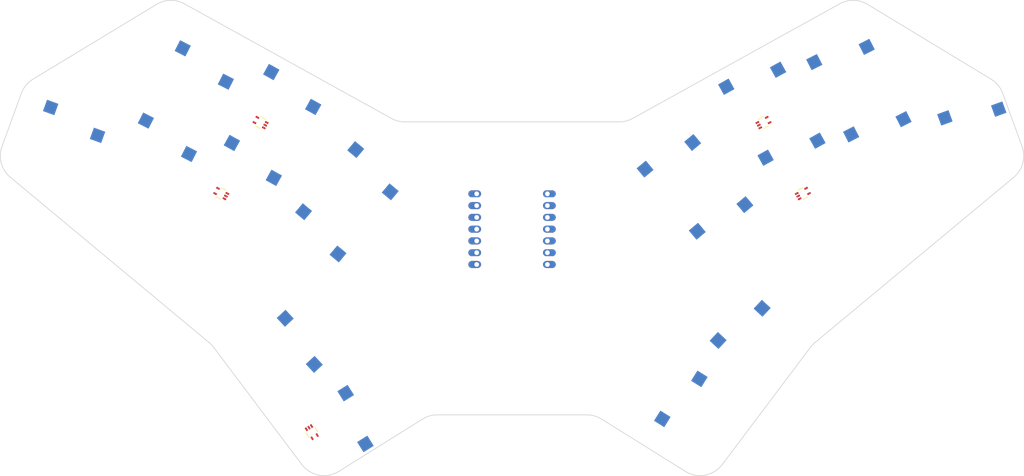
<source format=kicad_pcb>


(kicad_pcb (version 20171130) (host pcbnew 5.1.6)

  (page A3)
  (title_block
    (title "kicad")
    (rev "0.1")
    (company "Roming22")
  )

  (general
    (thickness 1.6)
  )

  (layers
    (0 F.Cu signal)
    (31 B.Cu signal)
    (32 B.Adhes user)
    (33 F.Adhes user)
    (34 B.Paste user)
    (35 F.Paste user)
    (36 B.SilkS user)
    (37 F.SilkS user)
    (38 B.Mask user)
    (39 F.Mask user)
    (40 Dwgs.User user)
    (41 Cmts.User user)
    (42 Eco1.User user)
    (43 Eco2.User user)
    (44 Edge.Cuts user)
    (45 Margin user)
    (46 B.CrtYd user)
    (47 F.CrtYd user)
    (48 B.Fab user)
    (49 F.Fab user)
  )

  (setup
    (last_trace_width 0.25)
    (trace_clearance 0.2)
    (zone_clearance 0.508)
    (zone_45_only no)
    (trace_min 0.2)
    (via_size 0.8)
    (via_drill 0.4)
    (via_min_size 0.4)
    (via_min_drill 0.3)
    (uvia_size 0.3)
    (uvia_drill 0.1)
    (uvias_allowed no)
    (uvia_min_size 0.2)
    (uvia_min_drill 0.1)
    (edge_width 0.05)
    (segment_width 0.2)
    (pcb_text_width 0.3)
    (pcb_text_size 1.5 1.5)
    (mod_edge_width 0.12)
    (mod_text_size 1 1)
    (mod_text_width 0.15)
    (pad_size 1.524 1.524)
    (pad_drill 0.762)
    (pad_to_mask_clearance 0.05)
    (aux_axis_origin 0 0)
    (visible_elements FFFFFF7F)
    (pcbplotparams
      (layerselection 0x010fc_ffffffff)
      (usegerberextensions false)
      (usegerberattributes true)
      (usegerberadvancedattributes true)
      (creategerberjobfile true)
      (excludeedgelayer true)
      (linewidth 0.100000)
      (plotframeref false)
      (viasonmask false)
      (mode 1)
      (useauxorigin false)
      (hpglpennumber 1)
      (hpglpenspeed 20)
      (hpglpendiameter 15.000000)
      (psnegative false)
      (psa4output false)
      (plotreference true)
      (plotvalue true)
      (plotinvisibletext false)
      (padsonsilk false)
      (subtractmaskfromsilk false)
      (outputformat 1)
      (mirror false)
      (drillshape 1)
      (scaleselection 1)
      (outputdirectory ""))
  )

  (net 0 "")
(net 1 "index_home")
(net 2 "P6")
(net 3 "middle_home")
(net 4 "ring_home")
(net 5 "pinky_home")
(net 6 "index_top")
(net 7 "P29")
(net 8 "middle_top")
(net 9 "ring_top")
(net 10 "pinky_top")
(net 11 "mirror_middle_home")
(net 12 "P4")
(net 13 "mirror_index_home")
(net 14 "mirror_pinky_home")
(net 15 "mirror_ring_home")
(net 16 "mirror_middle_top")
(net 17 "P5")
(net 18 "mirror_index_top")
(net 19 "mirror_pinky_top")
(net 20 "mirror_ring_top")
(net 21 "mirror_home_default")
(net 22 "home_default")
(net 23 "outer_default")
(net 24 "mirror_outer_default")
(net 25 "P0")
(net 26 "P7")
(net 27 "P2")
(net 28 "P1")
(net 29 "VCC5")
(net 30 "GND")
(net 31 "VCC3")
(net 32 "P26")
(net 33 "P27")
(net 34 "P28")

  (net_class Default "This is the default net class."
    (clearance 0.2)
    (trace_width 0.25)
    (via_dia 0.8)
    (via_drill 0.4)
    (uvia_dia 0.3)
    (uvia_drill 0.1)
    (add_net "")
(add_net "index_home")
(add_net "P6")
(add_net "middle_home")
(add_net "ring_home")
(add_net "pinky_home")
(add_net "index_top")
(add_net "P29")
(add_net "middle_top")
(add_net "ring_top")
(add_net "pinky_top")
(add_net "mirror_middle_home")
(add_net "P4")
(add_net "mirror_index_home")
(add_net "mirror_pinky_home")
(add_net "mirror_ring_home")
(add_net "mirror_middle_top")
(add_net "P5")
(add_net "mirror_index_top")
(add_net "mirror_pinky_top")
(add_net "mirror_ring_top")
(add_net "mirror_home_default")
(add_net "home_default")
(add_net "outer_default")
(add_net "mirror_outer_default")
(add_net "P0")
(add_net "P7")
(add_net "P2")
(add_net "P1")
(add_net "VCC5")
(add_net "GND")
(add_net "VCC3")
(add_net "P26")
(add_net "P27")
(add_net "P28")
  )

  (module
      easyeda2kicad:SOT-353_L2.1-W1.3-P0.65-LS2.3-BL
      (layer F.Cu)
      (tedit 5DC5F6A4)
      (at 156.78257230000003 178.7158772 61)
      (attr smd)
      (fp_text reference "D1" (at 0 -2.5 61) (layer F.SilkS) (effects (font (size 1 1) (thickness 0.15))) hide)
      (fp_text value UMP1NTR (at 0 5.15 61) (layer F.Fab) (effects (font (size 1 1) (thickness 0.15))) hide)
      (fp_text user %R (at 0 0 61) (layer F.Fab) (effects (font (size 1 1) (thickness 0.15))))
      (property Footprint SOT-353_L2.1-W1.3-P0.65-LS2.3-BL (at 0 0 0) (effects (font (size 1 1) (thickness 0.15)) (hide yes)))
      (property "LCSC" "C510065" (at 0 0 0) (effects (font (size 1.27 1.27) ) (hide yes)))
      (fp_line (start 1.14 0.51) (end 1.14 -0.51) (layer F.SilkS) (width 0.25))
      (fp_line (start -1.14 -0.51) (end -1.14 0.51) (layer F.SilkS) (width 0.25))
      (pad 1 smd rect (at -0.65 1.15 61) (size 0.40 0.80) (layers F.Cu F.Paste F.Mask) (net 1 "index_home"))
      (pad 2 smd rect (at 0 1.15 61) (size 0.40 0.80) (layers F.Cu F.Paste F.Mask) (net 2 "P6"))
      (pad 3 smd rect (at 0.65 1.15 61) (size 0.40 0.80) (layers F.Cu F.Paste F.Mask) (net 3 "middle_home"))
      (pad 4 smd rect (at 0.65 -1.15 61) (size 0.40 0.80) (layers F.Cu F.Paste F.Mask) (net 4 "ring_home"))
      (pad 5 smd rect (at -0.65 -1.15 61) (size 0.40 0.80) (layers F.Cu F.Paste F.Mask) (net 5 "pinky_home"))
      (fp_circle (center -1.02 1.15) (end -0.99 1.15) (layer F.Fab) (width 0.06))
      (fp_circle (center -0.70 1.46) (end -0.60 1.46) (layer Cmts.User) (width 0.20))
      (model "board/sessile.3dshapes/SOT-353-5P_L2.0-W1.3-H1.1-LS2.0-P0.65.wrl" (offset (xyz 0.000 -0.000 -0.000)) (scale (xyz 1 1 1)) (rotate (xyz 0 0 270)))
    )
(module
      easyeda2kicad:SOT-353_L2.1-W1.3-P0.65-LS2.3-BL
      (layer F.Cu)
      (tedit 5DC5F6A4)
      (at 165.26674060000002 163.4100323 61)
      (attr smd)
      (fp_text reference "D2" (at 0 -2.5 61) (layer F.SilkS) (effects (font (size 1 1) (thickness 0.15))) hide)
      (fp_text value UMP1NTR (at 0 5.15 61) (layer F.Fab) (effects (font (size 1 1) (thickness 0.15))) hide)
      (fp_text user %R (at 0 0 61) (layer F.Fab) (effects (font (size 1 1) (thickness 0.15))))
      (property Footprint SOT-353_L2.1-W1.3-P0.65-LS2.3-BL (at 0 0 0) (effects (font (size 1 1) (thickness 0.15)) (hide yes)))
      (property "LCSC" "C510065" (at 0 0 0) (effects (font (size 1.27 1.27) ) (hide yes)))
      (fp_line (start 1.14 0.51) (end 1.14 -0.51) (layer F.SilkS) (width 0.25))
      (fp_line (start -1.14 -0.51) (end -1.14 0.51) (layer F.SilkS) (width 0.25))
      (pad 1 smd rect (at -0.65 1.15 61) (size 0.40 0.80) (layers F.Cu F.Paste F.Mask) (net 6 "index_top"))
      (pad 2 smd rect (at 0 1.15 61) (size 0.40 0.80) (layers F.Cu F.Paste F.Mask) (net 7 "P29"))
      (pad 3 smd rect (at 0.65 1.15 61) (size 0.40 0.80) (layers F.Cu F.Paste F.Mask) (net 8 "middle_top"))
      (pad 4 smd rect (at 0.65 -1.15 61) (size 0.40 0.80) (layers F.Cu F.Paste F.Mask) (net 9 "ring_top"))
      (pad 5 smd rect (at -0.65 -1.15 61) (size 0.40 0.80) (layers F.Cu F.Paste F.Mask) (net 10 "pinky_top"))
      (fp_circle (center -1.02 1.15) (end -0.99 1.15) (layer F.Fab) (width 0.06))
      (fp_circle (center -0.70 1.46) (end -0.60 1.46) (layer Cmts.User) (width 0.20))
      (model "board/sessile.3dshapes/SOT-353-5P_L2.0-W1.3-H1.1-LS2.0-P0.65.wrl" (offset (xyz 0.000 -0.000 -0.000)) (scale (xyz 1 1 1)) (rotate (xyz 0 0 270)))
    )
(module
      easyeda2kicad:SOT-353_L2.1-W1.3-P0.65-LS2.3-BL
      (layer F.Cu)
      (tedit 5DC5F6A4)
      (at 282.1298021 178.7158772 -61)
      (attr smd)
      (fp_text reference "D3" (at 0 -2.5 -61) (layer F.SilkS) (effects (font (size 1 1) (thickness 0.15))) hide)
      (fp_text value UMP1NTR (at 0 5.15 -61) (layer F.Fab) (effects (font (size 1 1) (thickness 0.15))) hide)
      (fp_text user %R (at 0 0 -61) (layer F.Fab) (effects (font (size 1 1) (thickness 0.15))))
      (property Footprint SOT-353_L2.1-W1.3-P0.65-LS2.3-BL (at 0 0 0) (effects (font (size 1 1) (thickness 0.15)) (hide yes)))
      (property "LCSC" "C510065" (at 0 0 0) (effects (font (size 1.27 1.27) ) (hide yes)))
      (fp_line (start 1.14 0.51) (end 1.14 -0.51) (layer F.SilkS) (width 0.25))
      (fp_line (start -1.14 -0.51) (end -1.14 0.51) (layer F.SilkS) (width 0.25))
      (pad 1 smd rect (at -0.65 1.15 -61) (size 0.40 0.80) (layers F.Cu F.Paste F.Mask) (net 11 "mirror_middle_home"))
      (pad 2 smd rect (at 0 1.15 -61) (size 0.40 0.80) (layers F.Cu F.Paste F.Mask) (net 12 "P4"))
      (pad 3 smd rect (at 0.65 1.15 -61) (size 0.40 0.80) (layers F.Cu F.Paste F.Mask) (net 13 "mirror_index_home"))
      (pad 4 smd rect (at 0.65 -1.15 -61) (size 0.40 0.80) (layers F.Cu F.Paste F.Mask) (net 14 "mirror_pinky_home"))
      (pad 5 smd rect (at -0.65 -1.15 -61) (size 0.40 0.80) (layers F.Cu F.Paste F.Mask) (net 15 "mirror_ring_home"))
      (fp_circle (center -1.02 1.15) (end -0.99 1.15) (layer F.Fab) (width 0.06))
      (fp_circle (center -0.70 1.46) (end -0.60 1.46) (layer Cmts.User) (width 0.20))
      (model "board/sessile.3dshapes/SOT-353-5P_L2.0-W1.3-H1.1-LS2.0-P0.65.wrl" (offset (xyz 0.000 -0.000 -0.000)) (scale (xyz 1 1 1)) (rotate (xyz 0 0 270)))
    )
(module
      easyeda2kicad:SOT-353_L2.1-W1.3-P0.65-LS2.3-BL
      (layer F.Cu)
      (tedit 5DC5F6A4)
      (at 273.6456338 163.4100323 -61)
      (attr smd)
      (fp_text reference "D4" (at 0 -2.5 -61) (layer F.SilkS) (effects (font (size 1 1) (thickness 0.15))) hide)
      (fp_text value UMP1NTR (at 0 5.15 -61) (layer F.Fab) (effects (font (size 1 1) (thickness 0.15))) hide)
      (fp_text user %R (at 0 0 -61) (layer F.Fab) (effects (font (size 1 1) (thickness 0.15))))
      (property Footprint SOT-353_L2.1-W1.3-P0.65-LS2.3-BL (at 0 0 0) (effects (font (size 1 1) (thickness 0.15)) (hide yes)))
      (property "LCSC" "C510065" (at 0 0 0) (effects (font (size 1.27 1.27) ) (hide yes)))
      (fp_line (start 1.14 0.51) (end 1.14 -0.51) (layer F.SilkS) (width 0.25))
      (fp_line (start -1.14 -0.51) (end -1.14 0.51) (layer F.SilkS) (width 0.25))
      (pad 1 smd rect (at -0.65 1.15 -61) (size 0.40 0.80) (layers F.Cu F.Paste F.Mask) (net 16 "mirror_middle_top"))
      (pad 2 smd rect (at 0 1.15 -61) (size 0.40 0.80) (layers F.Cu F.Paste F.Mask) (net 17 "P5"))
      (pad 3 smd rect (at 0.65 1.15 -61) (size 0.40 0.80) (layers F.Cu F.Paste F.Mask) (net 18 "mirror_index_top"))
      (pad 4 smd rect (at 0.65 -1.15 -61) (size 0.40 0.80) (layers F.Cu F.Paste F.Mask) (net 19 "mirror_pinky_top"))
      (pad 5 smd rect (at -0.65 -1.15 -61) (size 0.40 0.80) (layers F.Cu F.Paste F.Mask) (net 20 "mirror_ring_top"))
      (fp_circle (center -1.02 1.15) (end -0.99 1.15) (layer F.Fab) (width 0.06))
      (fp_circle (center -0.70 1.46) (end -0.60 1.46) (layer Cmts.User) (width 0.20))
      (model "board/sessile.3dshapes/SOT-353-5P_L2.0-W1.3-H1.1-LS2.0-P0.65.wrl" (offset (xyz 0.000 -0.000 -0.000)) (scale (xyz 1 1 1)) (rotate (xyz 0 0 270)))
    )
(module
      easyeda2kicad:SOT-353_L2.1-W1.3-P0.65-LS2.3-BL
      (layer F.Cu)
      (tedit 5DC5F6A4)
      (at 176.30718149999998 230.19725970000002 -148)
      (attr smd)
      (fp_text reference "D5" (at 0 -2.5 -148) (layer F.SilkS) (effects (font (size 1 1) (thickness 0.15))) hide)
      (fp_text value UMP1NTR (at 0 5.15 -148) (layer F.Fab) (effects (font (size 1 1) (thickness 0.15))) hide)
      (fp_text user %R (at 0 0 -148) (layer F.Fab) (effects (font (size 1 1) (thickness 0.15))))
      (property Footprint SOT-353_L2.1-W1.3-P0.65-LS2.3-BL (at 0 0 0) (effects (font (size 1 1) (thickness 0.15)) (hide yes)))
      (property "LCSC" "C510065" (at 0 0 0) (effects (font (size 1.27 1.27) ) (hide yes)))
      (fp_line (start 1.14 0.51) (end 1.14 -0.51) (layer F.SilkS) (width 0.25))
      (fp_line (start -1.14 -0.51) (end -1.14 0.51) (layer F.SilkS) (width 0.25))
      (pad 1 smd rect (at -0.65 1.15 -148) (size 0.40 0.80) (layers F.Cu F.Paste F.Mask) (net 21 "mirror_home_default"))
      (pad 2 smd rect (at 0 1.15 -148) (size 0.40 0.80) (layers F.Cu F.Paste F.Mask) (net 0 ""))
      (pad 3 smd rect (at 0.65 1.15 -148) (size 0.40 0.80) (layers F.Cu F.Paste F.Mask) (net 22 "home_default"))
      (pad 4 smd rect (at 0.65 -1.15 -148) (size 0.40 0.80) (layers F.Cu F.Paste F.Mask) (net 23 "outer_default"))
      (pad 5 smd rect (at -0.65 -1.15 -148) (size 0.40 0.80) (layers F.Cu F.Paste F.Mask) (net 24 "mirror_outer_default"))
      (fp_circle (center -1.02 1.15) (end -0.99 1.15) (layer F.Fab) (width 0.06))
      (fp_circle (center -0.70 1.46) (end -0.60 1.46) (layer Cmts.User) (width 0.20))
      (model "board/sessile.3dshapes/SOT-353-5P_L2.0-W1.3-H1.1-LS2.0-P0.65.wrl" (offset (xyz 0.000 -0.000 -0.000)) (scale (xyz 1 1 1)) (rotate (xyz 0 0 270)))
    )

        
      (module PG1350 (layer F.Cu) (tedit 5DD50112)
      (at 121.0695081 166.8597441 -20)

      
      (fp_text reference "S1" (at 0 0) (layer F.SilkS) hide (effects (font (size 1.27 1.27) (thickness 0.15))))
      (fp_text value "" (at 0 0) (layer F.SilkS) hide (effects (font (size 1.27 1.27) (thickness 0.15))))

      
      (fp_line (start -7 -6) (end -7 -7) (layer Dwgs.User) (width 0.15))
      (fp_line (start -7 7) (end -6 7) (layer Dwgs.User) (width 0.15))
      (fp_line (start -6 -7) (end -7 -7) (layer Dwgs.User) (width 0.15))
      (fp_line (start -7 7) (end -7 6) (layer Dwgs.User) (width 0.15))
      (fp_line (start 7 6) (end 7 7) (layer Dwgs.User) (width 0.15))
      (fp_line (start 7 -7) (end 6 -7) (layer Dwgs.User) (width 0.15))
      (fp_line (start 6 7) (end 7 7) (layer Dwgs.User) (width 0.15))
      (fp_line (start 7 -7) (end 7 -6) (layer Dwgs.User) (width 0.15))      
      
      
      (pad "" np_thru_hole circle (at 0 0) (size 3.429 3.429) (drill 3.429) (layers *.Cu *.Mask))
        
      
      (pad "" np_thru_hole circle (at 5.5 0) (size 1.7018 1.7018) (drill 1.7018) (layers *.Cu *.Mask))
      (pad "" np_thru_hole circle (at -5.5 0) (size 1.7018 1.7018) (drill 1.7018) (layers *.Cu *.Mask))
      
        
        
          
          (pad "" np_thru_hole circle (at 5 -3.75) (size 3 3) (drill 3) (layers *.Cu *.Mask))
          (pad "" np_thru_hole circle (at 0 -5.95) (size 3 3) (drill 3) (layers *.Cu *.Mask))
      
          
          (pad 1 smd rect (at -3.275 -5.95 -20) (size 2.6 2.6) (layers B.Cu B.Paste B.Mask)  (net 5 "pinky_home"))
          (pad 2 smd rect (at 8.275 -3.75 -20) (size 2.6 2.6) (layers B.Cu B.Paste B.Mask)  (net 25 "P0"))
        )
        

        
      (module PG1350 (layer F.Cu) (tedit 5DD50112)
      (at 140.7615948 169.7703664 -27)

      
      (fp_text reference "S2" (at 0 0) (layer F.SilkS) hide (effects (font (size 1.27 1.27) (thickness 0.15))))
      (fp_text value "" (at 0 0) (layer F.SilkS) hide (effects (font (size 1.27 1.27) (thickness 0.15))))

      
      (fp_line (start -7 -6) (end -7 -7) (layer Dwgs.User) (width 0.15))
      (fp_line (start -7 7) (end -6 7) (layer Dwgs.User) (width 0.15))
      (fp_line (start -6 -7) (end -7 -7) (layer Dwgs.User) (width 0.15))
      (fp_line (start -7 7) (end -7 6) (layer Dwgs.User) (width 0.15))
      (fp_line (start 7 6) (end 7 7) (layer Dwgs.User) (width 0.15))
      (fp_line (start 7 -7) (end 6 -7) (layer Dwgs.User) (width 0.15))
      (fp_line (start 6 7) (end 7 7) (layer Dwgs.User) (width 0.15))
      (fp_line (start 7 -7) (end 7 -6) (layer Dwgs.User) (width 0.15))      
      
      
      (pad "" np_thru_hole circle (at 0 0) (size 3.429 3.429) (drill 3.429) (layers *.Cu *.Mask))
        
      
      (pad "" np_thru_hole circle (at 5.5 0) (size 1.7018 1.7018) (drill 1.7018) (layers *.Cu *.Mask))
      (pad "" np_thru_hole circle (at -5.5 0) (size 1.7018 1.7018) (drill 1.7018) (layers *.Cu *.Mask))
      
        
        
          
          (pad "" np_thru_hole circle (at 5 -3.75) (size 3 3) (drill 3) (layers *.Cu *.Mask))
          (pad "" np_thru_hole circle (at 0 -5.95) (size 3 3) (drill 3) (layers *.Cu *.Mask))
      
          
          (pad 1 smd rect (at -3.275 -5.95 -27) (size 2.6 2.6) (layers B.Cu B.Paste B.Mask)  (net 4 "ring_home"))
          (pad 2 smd rect (at 8.275 -3.75 -27) (size 2.6 2.6) (layers B.Cu B.Paste B.Mask)  (net 26 "P7"))
        )
        

        
      (module PG1350 (layer F.Cu) (tedit 5DD50112)
      (at 148.7064285 154.1777522 -27)

      
      (fp_text reference "S3" (at 0 0) (layer F.SilkS) hide (effects (font (size 1.27 1.27) (thickness 0.15))))
      (fp_text value "" (at 0 0) (layer F.SilkS) hide (effects (font (size 1.27 1.27) (thickness 0.15))))

      
      (fp_line (start -7 -6) (end -7 -7) (layer Dwgs.User) (width 0.15))
      (fp_line (start -7 7) (end -6 7) (layer Dwgs.User) (width 0.15))
      (fp_line (start -6 -7) (end -7 -7) (layer Dwgs.User) (width 0.15))
      (fp_line (start -7 7) (end -7 6) (layer Dwgs.User) (width 0.15))
      (fp_line (start 7 6) (end 7 7) (layer Dwgs.User) (width 0.15))
      (fp_line (start 7 -7) (end 6 -7) (layer Dwgs.User) (width 0.15))
      (fp_line (start 6 7) (end 7 7) (layer Dwgs.User) (width 0.15))
      (fp_line (start 7 -7) (end 7 -6) (layer Dwgs.User) (width 0.15))      
      
      
      (pad "" np_thru_hole circle (at 0 0) (size 3.429 3.429) (drill 3.429) (layers *.Cu *.Mask))
        
      
      (pad "" np_thru_hole circle (at 5.5 0) (size 1.7018 1.7018) (drill 1.7018) (layers *.Cu *.Mask))
      (pad "" np_thru_hole circle (at -5.5 0) (size 1.7018 1.7018) (drill 1.7018) (layers *.Cu *.Mask))
      
        
        
          
          (pad "" np_thru_hole circle (at 5 -3.75) (size 3 3) (drill 3) (layers *.Cu *.Mask))
          (pad "" np_thru_hole circle (at 0 -5.95) (size 3 3) (drill 3) (layers *.Cu *.Mask))
      
          
          (pad 1 smd rect (at -3.275 -5.95 -27) (size 2.6 2.6) (layers B.Cu B.Paste B.Mask)  (net 9 "ring_top"))
          (pad 2 smd rect (at 8.275 -3.75 -27) (size 2.6 2.6) (layers B.Cu B.Paste B.Mask)  (net 26 "P7"))
        )
        

        
      (module PG1350 (layer F.Cu) (tedit 5DD50112)
      (at 159.0611775 174.6051646 -29)

      
      (fp_text reference "S4" (at 0 0) (layer F.SilkS) hide (effects (font (size 1.27 1.27) (thickness 0.15))))
      (fp_text value "" (at 0 0) (layer F.SilkS) hide (effects (font (size 1.27 1.27) (thickness 0.15))))

      
      (fp_line (start -7 -6) (end -7 -7) (layer Dwgs.User) (width 0.15))
      (fp_line (start -7 7) (end -6 7) (layer Dwgs.User) (width 0.15))
      (fp_line (start -6 -7) (end -7 -7) (layer Dwgs.User) (width 0.15))
      (fp_line (start -7 7) (end -7 6) (layer Dwgs.User) (width 0.15))
      (fp_line (start 7 6) (end 7 7) (layer Dwgs.User) (width 0.15))
      (fp_line (start 7 -7) (end 6 -7) (layer Dwgs.User) (width 0.15))
      (fp_line (start 6 7) (end 7 7) (layer Dwgs.User) (width 0.15))
      (fp_line (start 7 -7) (end 7 -6) (layer Dwgs.User) (width 0.15))      
      
      
      (pad "" np_thru_hole circle (at 0 0) (size 3.429 3.429) (drill 3.429) (layers *.Cu *.Mask))
        
      
      (pad "" np_thru_hole circle (at 5.5 0) (size 1.7018 1.7018) (drill 1.7018) (layers *.Cu *.Mask))
      (pad "" np_thru_hole circle (at -5.5 0) (size 1.7018 1.7018) (drill 1.7018) (layers *.Cu *.Mask))
      
        
        
          
          (pad "" np_thru_hole circle (at 5 -3.75) (size 3 3) (drill 3) (layers *.Cu *.Mask))
          (pad "" np_thru_hole circle (at 0 -5.95) (size 3 3) (drill 3) (layers *.Cu *.Mask))
      
          
          (pad 1 smd rect (at -3.275 -5.95 -29) (size 2.6 2.6) (layers B.Cu B.Paste B.Mask)  (net 3 "middle_home"))
          (pad 2 smd rect (at 8.275 -3.75 -29) (size 2.6 2.6) (layers B.Cu B.Paste B.Mask)  (net 27 "P2"))
        )
        

        
      (module PG1350 (layer F.Cu) (tedit 5DD50112)
      (at 167.5453458 159.2993197 -29)

      
      (fp_text reference "S5" (at 0 0) (layer F.SilkS) hide (effects (font (size 1.27 1.27) (thickness 0.15))))
      (fp_text value "" (at 0 0) (layer F.SilkS) hide (effects (font (size 1.27 1.27) (thickness 0.15))))

      
      (fp_line (start -7 -6) (end -7 -7) (layer Dwgs.User) (width 0.15))
      (fp_line (start -7 7) (end -6 7) (layer Dwgs.User) (width 0.15))
      (fp_line (start -6 -7) (end -7 -7) (layer Dwgs.User) (width 0.15))
      (fp_line (start -7 7) (end -7 6) (layer Dwgs.User) (width 0.15))
      (fp_line (start 7 6) (end 7 7) (layer Dwgs.User) (width 0.15))
      (fp_line (start 7 -7) (end 6 -7) (layer Dwgs.User) (width 0.15))
      (fp_line (start 6 7) (end 7 7) (layer Dwgs.User) (width 0.15))
      (fp_line (start 7 -7) (end 7 -6) (layer Dwgs.User) (width 0.15))      
      
      
      (pad "" np_thru_hole circle (at 0 0) (size 3.429 3.429) (drill 3.429) (layers *.Cu *.Mask))
        
      
      (pad "" np_thru_hole circle (at 5.5 0) (size 1.7018 1.7018) (drill 1.7018) (layers *.Cu *.Mask))
      (pad "" np_thru_hole circle (at -5.5 0) (size 1.7018 1.7018) (drill 1.7018) (layers *.Cu *.Mask))
      
        
        
          
          (pad "" np_thru_hole circle (at 5 -3.75) (size 3 3) (drill 3) (layers *.Cu *.Mask))
          (pad "" np_thru_hole circle (at 0 -5.95) (size 3 3) (drill 3) (layers *.Cu *.Mask))
      
          
          (pad 1 smd rect (at -3.275 -5.95 -29) (size 2.6 2.6) (layers B.Cu B.Paste B.Mask)  (net 8 "middle_top"))
          (pad 2 smd rect (at 8.275 -3.75 -29) (size 2.6 2.6) (layers B.Cu B.Paste B.Mask)  (net 27 "P2"))
        )
        

        
      (module PG1350 (layer F.Cu) (tedit 5DD50112)
      (at 173.2074041 189.3066705 -40)

      
      (fp_text reference "S6" (at 0 0) (layer F.SilkS) hide (effects (font (size 1.27 1.27) (thickness 0.15))))
      (fp_text value "" (at 0 0) (layer F.SilkS) hide (effects (font (size 1.27 1.27) (thickness 0.15))))

      
      (fp_line (start -7 -6) (end -7 -7) (layer Dwgs.User) (width 0.15))
      (fp_line (start -7 7) (end -6 7) (layer Dwgs.User) (width 0.15))
      (fp_line (start -6 -7) (end -7 -7) (layer Dwgs.User) (width 0.15))
      (fp_line (start -7 7) (end -7 6) (layer Dwgs.User) (width 0.15))
      (fp_line (start 7 6) (end 7 7) (layer Dwgs.User) (width 0.15))
      (fp_line (start 7 -7) (end 6 -7) (layer Dwgs.User) (width 0.15))
      (fp_line (start 6 7) (end 7 7) (layer Dwgs.User) (width 0.15))
      (fp_line (start 7 -7) (end 7 -6) (layer Dwgs.User) (width 0.15))      
      
      
      (pad "" np_thru_hole circle (at 0 0) (size 3.429 3.429) (drill 3.429) (layers *.Cu *.Mask))
        
      
      (pad "" np_thru_hole circle (at 5.5 0) (size 1.7018 1.7018) (drill 1.7018) (layers *.Cu *.Mask))
      (pad "" np_thru_hole circle (at -5.5 0) (size 1.7018 1.7018) (drill 1.7018) (layers *.Cu *.Mask))
      
        
        
          
          (pad "" np_thru_hole circle (at 5 -3.75) (size 3 3) (drill 3) (layers *.Cu *.Mask))
          (pad "" np_thru_hole circle (at 0 -5.95) (size 3 3) (drill 3) (layers *.Cu *.Mask))
      
          
          (pad 1 smd rect (at -3.275 -5.95 -40) (size 2.6 2.6) (layers B.Cu B.Paste B.Mask)  (net 1 "index_home"))
          (pad 2 smd rect (at 8.275 -3.75 -40) (size 2.6 2.6) (layers B.Cu B.Paste B.Mask)  (net 28 "P1"))
        )
        

        
      (module PG1350 (layer F.Cu) (tedit 5DD50112)
      (at 184.4561872 175.9008927 -40)

      
      (fp_text reference "S7" (at 0 0) (layer F.SilkS) hide (effects (font (size 1.27 1.27) (thickness 0.15))))
      (fp_text value "" (at 0 0) (layer F.SilkS) hide (effects (font (size 1.27 1.27) (thickness 0.15))))

      
      (fp_line (start -7 -6) (end -7 -7) (layer Dwgs.User) (width 0.15))
      (fp_line (start -7 7) (end -6 7) (layer Dwgs.User) (width 0.15))
      (fp_line (start -6 -7) (end -7 -7) (layer Dwgs.User) (width 0.15))
      (fp_line (start -7 7) (end -7 6) (layer Dwgs.User) (width 0.15))
      (fp_line (start 7 6) (end 7 7) (layer Dwgs.User) (width 0.15))
      (fp_line (start 7 -7) (end 6 -7) (layer Dwgs.User) (width 0.15))
      (fp_line (start 6 7) (end 7 7) (layer Dwgs.User) (width 0.15))
      (fp_line (start 7 -7) (end 7 -6) (layer Dwgs.User) (width 0.15))      
      
      
      (pad "" np_thru_hole circle (at 0 0) (size 3.429 3.429) (drill 3.429) (layers *.Cu *.Mask))
        
      
      (pad "" np_thru_hole circle (at 5.5 0) (size 1.7018 1.7018) (drill 1.7018) (layers *.Cu *.Mask))
      (pad "" np_thru_hole circle (at -5.5 0) (size 1.7018 1.7018) (drill 1.7018) (layers *.Cu *.Mask))
      
        
        
          
          (pad "" np_thru_hole circle (at 5 -3.75) (size 3 3) (drill 3) (layers *.Cu *.Mask))
          (pad "" np_thru_hole circle (at 0 -5.95) (size 3 3) (drill 3) (layers *.Cu *.Mask))
      
          
          (pad 1 smd rect (at -3.275 -5.95 -40) (size 2.6 2.6) (layers B.Cu B.Paste B.Mask)  (net 6 "index_top"))
          (pad 2 smd rect (at 8.275 -3.75 -40) (size 2.6 2.6) (layers B.Cu B.Paste B.Mask)  (net 28 "P1"))
        )
        

        
      (module PG1350 (layer F.Cu) (tedit 5DD50112)
      (at 317.84286629999997 166.8597441 20)

      
      (fp_text reference "S8" (at 0 0) (layer F.SilkS) hide (effects (font (size 1.27 1.27) (thickness 0.15))))
      (fp_text value "" (at 0 0) (layer F.SilkS) hide (effects (font (size 1.27 1.27) (thickness 0.15))))

      
      (fp_line (start -7 -6) (end -7 -7) (layer Dwgs.User) (width 0.15))
      (fp_line (start -7 7) (end -6 7) (layer Dwgs.User) (width 0.15))
      (fp_line (start -6 -7) (end -7 -7) (layer Dwgs.User) (width 0.15))
      (fp_line (start -7 7) (end -7 6) (layer Dwgs.User) (width 0.15))
      (fp_line (start 7 6) (end 7 7) (layer Dwgs.User) (width 0.15))
      (fp_line (start 7 -7) (end 6 -7) (layer Dwgs.User) (width 0.15))
      (fp_line (start 6 7) (end 7 7) (layer Dwgs.User) (width 0.15))
      (fp_line (start 7 -7) (end 7 -6) (layer Dwgs.User) (width 0.15))      
      
      
      (pad "" np_thru_hole circle (at 0 0) (size 3.429 3.429) (drill 3.429) (layers *.Cu *.Mask))
        
      
      (pad "" np_thru_hole circle (at 5.5 0) (size 1.7018 1.7018) (drill 1.7018) (layers *.Cu *.Mask))
      (pad "" np_thru_hole circle (at -5.5 0) (size 1.7018 1.7018) (drill 1.7018) (layers *.Cu *.Mask))
      
        
        
          
          (pad "" np_thru_hole circle (at 5 -3.75) (size 3 3) (drill 3) (layers *.Cu *.Mask))
          (pad "" np_thru_hole circle (at 0 -5.95) (size 3 3) (drill 3) (layers *.Cu *.Mask))
      
          
          (pad 1 smd rect (at -3.275 -5.95 20) (size 2.6 2.6) (layers B.Cu B.Paste B.Mask)  (net 14 "mirror_pinky_home"))
          (pad 2 smd rect (at 8.275 -3.75 20) (size 2.6 2.6) (layers B.Cu B.Paste B.Mask)  (net 28 "P1"))
        )
        

        
      (module PG1350 (layer F.Cu) (tedit 5DD50112)
      (at 298.15077959999996 169.7703664 27)

      
      (fp_text reference "S9" (at 0 0) (layer F.SilkS) hide (effects (font (size 1.27 1.27) (thickness 0.15))))
      (fp_text value "" (at 0 0) (layer F.SilkS) hide (effects (font (size 1.27 1.27) (thickness 0.15))))

      
      (fp_line (start -7 -6) (end -7 -7) (layer Dwgs.User) (width 0.15))
      (fp_line (start -7 7) (end -6 7) (layer Dwgs.User) (width 0.15))
      (fp_line (start -6 -7) (end -7 -7) (layer Dwgs.User) (width 0.15))
      (fp_line (start -7 7) (end -7 6) (layer Dwgs.User) (width 0.15))
      (fp_line (start 7 6) (end 7 7) (layer Dwgs.User) (width 0.15))
      (fp_line (start 7 -7) (end 6 -7) (layer Dwgs.User) (width 0.15))
      (fp_line (start 6 7) (end 7 7) (layer Dwgs.User) (width 0.15))
      (fp_line (start 7 -7) (end 7 -6) (layer Dwgs.User) (width 0.15))      
      
      
      (pad "" np_thru_hole circle (at 0 0) (size 3.429 3.429) (drill 3.429) (layers *.Cu *.Mask))
        
      
      (pad "" np_thru_hole circle (at 5.5 0) (size 1.7018 1.7018) (drill 1.7018) (layers *.Cu *.Mask))
      (pad "" np_thru_hole circle (at -5.5 0) (size 1.7018 1.7018) (drill 1.7018) (layers *.Cu *.Mask))
      
        
        
          
          (pad "" np_thru_hole circle (at 5 -3.75) (size 3 3) (drill 3) (layers *.Cu *.Mask))
          (pad "" np_thru_hole circle (at 0 -5.95) (size 3 3) (drill 3) (layers *.Cu *.Mask))
      
          
          (pad 1 smd rect (at -3.275 -5.95 27) (size 2.6 2.6) (layers B.Cu B.Paste B.Mask)  (net 15 "mirror_ring_home"))
          (pad 2 smd rect (at 8.275 -3.75 27) (size 2.6 2.6) (layers B.Cu B.Paste B.Mask)  (net 27 "P2"))
        )
        

        
      (module PG1350 (layer F.Cu) (tedit 5DD50112)
      (at 290.20594589999996 154.1777522 27)

      
      (fp_text reference "S10" (at 0 0) (layer F.SilkS) hide (effects (font (size 1.27 1.27) (thickness 0.15))))
      (fp_text value "" (at 0 0) (layer F.SilkS) hide (effects (font (size 1.27 1.27) (thickness 0.15))))

      
      (fp_line (start -7 -6) (end -7 -7) (layer Dwgs.User) (width 0.15))
      (fp_line (start -7 7) (end -6 7) (layer Dwgs.User) (width 0.15))
      (fp_line (start -6 -7) (end -7 -7) (layer Dwgs.User) (width 0.15))
      (fp_line (start -7 7) (end -7 6) (layer Dwgs.User) (width 0.15))
      (fp_line (start 7 6) (end 7 7) (layer Dwgs.User) (width 0.15))
      (fp_line (start 7 -7) (end 6 -7) (layer Dwgs.User) (width 0.15))
      (fp_line (start 6 7) (end 7 7) (layer Dwgs.User) (width 0.15))
      (fp_line (start 7 -7) (end 7 -6) (layer Dwgs.User) (width 0.15))      
      
      
      (pad "" np_thru_hole circle (at 0 0) (size 3.429 3.429) (drill 3.429) (layers *.Cu *.Mask))
        
      
      (pad "" np_thru_hole circle (at 5.5 0) (size 1.7018 1.7018) (drill 1.7018) (layers *.Cu *.Mask))
      (pad "" np_thru_hole circle (at -5.5 0) (size 1.7018 1.7018) (drill 1.7018) (layers *.Cu *.Mask))
      
        
        
          
          (pad "" np_thru_hole circle (at 5 -3.75) (size 3 3) (drill 3) (layers *.Cu *.Mask))
          (pad "" np_thru_hole circle (at 0 -5.95) (size 3 3) (drill 3) (layers *.Cu *.Mask))
      
          
          (pad 1 smd rect (at -3.275 -5.95 27) (size 2.6 2.6) (layers B.Cu B.Paste B.Mask)  (net 20 "mirror_ring_top"))
          (pad 2 smd rect (at 8.275 -3.75 27) (size 2.6 2.6) (layers B.Cu B.Paste B.Mask)  (net 27 "P2"))
        )
        

        
      (module PG1350 (layer F.Cu) (tedit 5DD50112)
      (at 279.8511969 174.6051646 29)

      
      (fp_text reference "S11" (at 0 0) (layer F.SilkS) hide (effects (font (size 1.27 1.27) (thickness 0.15))))
      (fp_text value "" (at 0 0) (layer F.SilkS) hide (effects (font (size 1.27 1.27) (thickness 0.15))))

      
      (fp_line (start -7 -6) (end -7 -7) (layer Dwgs.User) (width 0.15))
      (fp_line (start -7 7) (end -6 7) (layer Dwgs.User) (width 0.15))
      (fp_line (start -6 -7) (end -7 -7) (layer Dwgs.User) (width 0.15))
      (fp_line (start -7 7) (end -7 6) (layer Dwgs.User) (width 0.15))
      (fp_line (start 7 6) (end 7 7) (layer Dwgs.User) (width 0.15))
      (fp_line (start 7 -7) (end 6 -7) (layer Dwgs.User) (width 0.15))
      (fp_line (start 6 7) (end 7 7) (layer Dwgs.User) (width 0.15))
      (fp_line (start 7 -7) (end 7 -6) (layer Dwgs.User) (width 0.15))      
      
      
      (pad "" np_thru_hole circle (at 0 0) (size 3.429 3.429) (drill 3.429) (layers *.Cu *.Mask))
        
      
      (pad "" np_thru_hole circle (at 5.5 0) (size 1.7018 1.7018) (drill 1.7018) (layers *.Cu *.Mask))
      (pad "" np_thru_hole circle (at -5.5 0) (size 1.7018 1.7018) (drill 1.7018) (layers *.Cu *.Mask))
      
        
        
          
          (pad "" np_thru_hole circle (at 5 -3.75) (size 3 3) (drill 3) (layers *.Cu *.Mask))
          (pad "" np_thru_hole circle (at 0 -5.95) (size 3 3) (drill 3) (layers *.Cu *.Mask))
      
          
          (pad 1 smd rect (at -3.275 -5.95 29) (size 2.6 2.6) (layers B.Cu B.Paste B.Mask)  (net 11 "mirror_middle_home"))
          (pad 2 smd rect (at 8.275 -3.75 29) (size 2.6 2.6) (layers B.Cu B.Paste B.Mask)  (net 26 "P7"))
        )
        

        
      (module PG1350 (layer F.Cu) (tedit 5DD50112)
      (at 271.36702859999997 159.2993197 29)

      
      (fp_text reference "S12" (at 0 0) (layer F.SilkS) hide (effects (font (size 1.27 1.27) (thickness 0.15))))
      (fp_text value "" (at 0 0) (layer F.SilkS) hide (effects (font (size 1.27 1.27) (thickness 0.15))))

      
      (fp_line (start -7 -6) (end -7 -7) (layer Dwgs.User) (width 0.15))
      (fp_line (start -7 7) (end -6 7) (layer Dwgs.User) (width 0.15))
      (fp_line (start -6 -7) (end -7 -7) (layer Dwgs.User) (width 0.15))
      (fp_line (start -7 7) (end -7 6) (layer Dwgs.User) (width 0.15))
      (fp_line (start 7 6) (end 7 7) (layer Dwgs.User) (width 0.15))
      (fp_line (start 7 -7) (end 6 -7) (layer Dwgs.User) (width 0.15))
      (fp_line (start 6 7) (end 7 7) (layer Dwgs.User) (width 0.15))
      (fp_line (start 7 -7) (end 7 -6) (layer Dwgs.User) (width 0.15))      
      
      
      (pad "" np_thru_hole circle (at 0 0) (size 3.429 3.429) (drill 3.429) (layers *.Cu *.Mask))
        
      
      (pad "" np_thru_hole circle (at 5.5 0) (size 1.7018 1.7018) (drill 1.7018) (layers *.Cu *.Mask))
      (pad "" np_thru_hole circle (at -5.5 0) (size 1.7018 1.7018) (drill 1.7018) (layers *.Cu *.Mask))
      
        
        
          
          (pad "" np_thru_hole circle (at 5 -3.75) (size 3 3) (drill 3) (layers *.Cu *.Mask))
          (pad "" np_thru_hole circle (at 0 -5.95) (size 3 3) (drill 3) (layers *.Cu *.Mask))
      
          
          (pad 1 smd rect (at -3.275 -5.95 29) (size 2.6 2.6) (layers B.Cu B.Paste B.Mask)  (net 16 "mirror_middle_top"))
          (pad 2 smd rect (at 8.275 -3.75 29) (size 2.6 2.6) (layers B.Cu B.Paste B.Mask)  (net 26 "P7"))
        )
        

        
      (module PG1350 (layer F.Cu) (tedit 5DD50112)
      (at 265.7049703 189.3066705 40)

      
      (fp_text reference "S13" (at 0 0) (layer F.SilkS) hide (effects (font (size 1.27 1.27) (thickness 0.15))))
      (fp_text value "" (at 0 0) (layer F.SilkS) hide (effects (font (size 1.27 1.27) (thickness 0.15))))

      
      (fp_line (start -7 -6) (end -7 -7) (layer Dwgs.User) (width 0.15))
      (fp_line (start -7 7) (end -6 7) (layer Dwgs.User) (width 0.15))
      (fp_line (start -6 -7) (end -7 -7) (layer Dwgs.User) (width 0.15))
      (fp_line (start -7 7) (end -7 6) (layer Dwgs.User) (width 0.15))
      (fp_line (start 7 6) (end 7 7) (layer Dwgs.User) (width 0.15))
      (fp_line (start 7 -7) (end 6 -7) (layer Dwgs.User) (width 0.15))
      (fp_line (start 6 7) (end 7 7) (layer Dwgs.User) (width 0.15))
      (fp_line (start 7 -7) (end 7 -6) (layer Dwgs.User) (width 0.15))      
      
      
      (pad "" np_thru_hole circle (at 0 0) (size 3.429 3.429) (drill 3.429) (layers *.Cu *.Mask))
        
      
      (pad "" np_thru_hole circle (at 5.5 0) (size 1.7018 1.7018) (drill 1.7018) (layers *.Cu *.Mask))
      (pad "" np_thru_hole circle (at -5.5 0) (size 1.7018 1.7018) (drill 1.7018) (layers *.Cu *.Mask))
      
        
        
          
          (pad "" np_thru_hole circle (at 5 -3.75) (size 3 3) (drill 3) (layers *.Cu *.Mask))
          (pad "" np_thru_hole circle (at 0 -5.95) (size 3 3) (drill 3) (layers *.Cu *.Mask))
      
          
          (pad 1 smd rect (at -3.275 -5.95 40) (size 2.6 2.6) (layers B.Cu B.Paste B.Mask)  (net 13 "mirror_index_home"))
          (pad 2 smd rect (at 8.275 -3.75 40) (size 2.6 2.6) (layers B.Cu B.Paste B.Mask)  (net 25 "P0"))
        )
        

        
      (module PG1350 (layer F.Cu) (tedit 5DD50112)
      (at 254.4561872 175.9008927 40)

      
      (fp_text reference "S14" (at 0 0) (layer F.SilkS) hide (effects (font (size 1.27 1.27) (thickness 0.15))))
      (fp_text value "" (at 0 0) (layer F.SilkS) hide (effects (font (size 1.27 1.27) (thickness 0.15))))

      
      (fp_line (start -7 -6) (end -7 -7) (layer Dwgs.User) (width 0.15))
      (fp_line (start -7 7) (end -6 7) (layer Dwgs.User) (width 0.15))
      (fp_line (start -6 -7) (end -7 -7) (layer Dwgs.User) (width 0.15))
      (fp_line (start -7 7) (end -7 6) (layer Dwgs.User) (width 0.15))
      (fp_line (start 7 6) (end 7 7) (layer Dwgs.User) (width 0.15))
      (fp_line (start 7 -7) (end 6 -7) (layer Dwgs.User) (width 0.15))
      (fp_line (start 6 7) (end 7 7) (layer Dwgs.User) (width 0.15))
      (fp_line (start 7 -7) (end 7 -6) (layer Dwgs.User) (width 0.15))      
      
      
      (pad "" np_thru_hole circle (at 0 0) (size 3.429 3.429) (drill 3.429) (layers *.Cu *.Mask))
        
      
      (pad "" np_thru_hole circle (at 5.5 0) (size 1.7018 1.7018) (drill 1.7018) (layers *.Cu *.Mask))
      (pad "" np_thru_hole circle (at -5.5 0) (size 1.7018 1.7018) (drill 1.7018) (layers *.Cu *.Mask))
      
        
        
          
          (pad "" np_thru_hole circle (at 5 -3.75) (size 3 3) (drill 3) (layers *.Cu *.Mask))
          (pad "" np_thru_hole circle (at 0 -5.95) (size 3 3) (drill 3) (layers *.Cu *.Mask))
      
          
          (pad 1 smd rect (at -3.275 -5.95 40) (size 2.6 2.6) (layers B.Cu B.Paste B.Mask)  (net 18 "mirror_index_top"))
          (pad 2 smd rect (at 8.275 -3.75 40) (size 2.6 2.6) (layers B.Cu B.Paste B.Mask)  (net 25 "P0"))
        )
        

        
      (module PG1350 (layer F.Cu) (tedit 5DD50112)
      (at 168.45674699999998 212.0812453 -47)

      
      (fp_text reference "S15" (at 0 0) (layer F.SilkS) hide (effects (font (size 1.27 1.27) (thickness 0.15))))
      (fp_text value "" (at 0 0) (layer F.SilkS) hide (effects (font (size 1.27 1.27) (thickness 0.15))))

      
      (fp_line (start -7 -6) (end -7 -7) (layer Dwgs.User) (width 0.15))
      (fp_line (start -7 7) (end -6 7) (layer Dwgs.User) (width 0.15))
      (fp_line (start -6 -7) (end -7 -7) (layer Dwgs.User) (width 0.15))
      (fp_line (start -7 7) (end -7 6) (layer Dwgs.User) (width 0.15))
      (fp_line (start 7 6) (end 7 7) (layer Dwgs.User) (width 0.15))
      (fp_line (start 7 -7) (end 6 -7) (layer Dwgs.User) (width 0.15))
      (fp_line (start 6 7) (end 7 7) (layer Dwgs.User) (width 0.15))
      (fp_line (start 7 -7) (end 7 -6) (layer Dwgs.User) (width 0.15))      
      
      
      (pad "" np_thru_hole circle (at 0 0) (size 3.429 3.429) (drill 3.429) (layers *.Cu *.Mask))
        
      
      (pad "" np_thru_hole circle (at 5.5 0) (size 1.7018 1.7018) (drill 1.7018) (layers *.Cu *.Mask))
      (pad "" np_thru_hole circle (at -5.5 0) (size 1.7018 1.7018) (drill 1.7018) (layers *.Cu *.Mask))
      
        
        
          
          (pad "" np_thru_hole circle (at 5 -3.75) (size 3 3) (drill 3) (layers *.Cu *.Mask))
          (pad "" np_thru_hole circle (at 0 -5.95) (size 3 3) (drill 3) (layers *.Cu *.Mask))
      
          
          (pad 1 smd rect (at -3.275 -5.95 -47) (size 2.6 2.6) (layers B.Cu B.Paste B.Mask)  (net 22 "home_default"))
          (pad 2 smd rect (at 8.275 -3.75 -47) (size 2.6 2.6) (layers B.Cu B.Paste B.Mask)  (net 25 "P0"))
        )
        

        
      (module PG1350 (layer F.Cu) (tedit 5DD50112)
      (at 180.29300759999998 227.7066392 -58)

      
      (fp_text reference "S16" (at 0 0) (layer F.SilkS) hide (effects (font (size 1.27 1.27) (thickness 0.15))))
      (fp_text value "" (at 0 0) (layer F.SilkS) hide (effects (font (size 1.27 1.27) (thickness 0.15))))

      
      (fp_line (start -7 -6) (end -7 -7) (layer Dwgs.User) (width 0.15))
      (fp_line (start -7 7) (end -6 7) (layer Dwgs.User) (width 0.15))
      (fp_line (start -6 -7) (end -7 -7) (layer Dwgs.User) (width 0.15))
      (fp_line (start -7 7) (end -7 6) (layer Dwgs.User) (width 0.15))
      (fp_line (start 7 6) (end 7 7) (layer Dwgs.User) (width 0.15))
      (fp_line (start 7 -7) (end 6 -7) (layer Dwgs.User) (width 0.15))
      (fp_line (start 6 7) (end 7 7) (layer Dwgs.User) (width 0.15))
      (fp_line (start 7 -7) (end 7 -6) (layer Dwgs.User) (width 0.15))      
      
      
      (pad "" np_thru_hole circle (at 0 0) (size 3.429 3.429) (drill 3.429) (layers *.Cu *.Mask))
        
      
      (pad "" np_thru_hole circle (at 5.5 0) (size 1.7018 1.7018) (drill 1.7018) (layers *.Cu *.Mask))
      (pad "" np_thru_hole circle (at -5.5 0) (size 1.7018 1.7018) (drill 1.7018) (layers *.Cu *.Mask))
      
        
        
          
          (pad "" np_thru_hole circle (at 5 -3.75) (size 3 3) (drill 3) (layers *.Cu *.Mask))
          (pad "" np_thru_hole circle (at 0 -5.95) (size 3 3) (drill 3) (layers *.Cu *.Mask))
      
          
          (pad 1 smd rect (at -3.275 -5.95 -58) (size 2.6 2.6) (layers B.Cu B.Paste B.Mask)  (net 23 "outer_default"))
          (pad 2 smd rect (at 8.275 -3.75 -58) (size 2.6 2.6) (layers B.Cu B.Paste B.Mask)  (net 26 "P7"))
        )
        

        
      (module PG1350 (layer F.Cu) (tedit 5DD50112)
      (at 270.4556274 212.0812453 47)

      
      (fp_text reference "S17" (at 0 0) (layer F.SilkS) hide (effects (font (size 1.27 1.27) (thickness 0.15))))
      (fp_text value "" (at 0 0) (layer F.SilkS) hide (effects (font (size 1.27 1.27) (thickness 0.15))))

      
      (fp_line (start -7 -6) (end -7 -7) (layer Dwgs.User) (width 0.15))
      (fp_line (start -7 7) (end -6 7) (layer Dwgs.User) (width 0.15))
      (fp_line (start -6 -7) (end -7 -7) (layer Dwgs.User) (width 0.15))
      (fp_line (start -7 7) (end -7 6) (layer Dwgs.User) (width 0.15))
      (fp_line (start 7 6) (end 7 7) (layer Dwgs.User) (width 0.15))
      (fp_line (start 7 -7) (end 6 -7) (layer Dwgs.User) (width 0.15))
      (fp_line (start 6 7) (end 7 7) (layer Dwgs.User) (width 0.15))
      (fp_line (start 7 -7) (end 7 -6) (layer Dwgs.User) (width 0.15))      
      
      
      (pad "" np_thru_hole circle (at 0 0) (size 3.429 3.429) (drill 3.429) (layers *.Cu *.Mask))
        
      
      (pad "" np_thru_hole circle (at 5.5 0) (size 1.7018 1.7018) (drill 1.7018) (layers *.Cu *.Mask))
      (pad "" np_thru_hole circle (at -5.5 0) (size 1.7018 1.7018) (drill 1.7018) (layers *.Cu *.Mask))
      
        
        
          
          (pad "" np_thru_hole circle (at 5 -3.75) (size 3 3) (drill 3) (layers *.Cu *.Mask))
          (pad "" np_thru_hole circle (at 0 -5.95) (size 3 3) (drill 3) (layers *.Cu *.Mask))
      
          
          (pad 1 smd rect (at -3.275 -5.95 47) (size 2.6 2.6) (layers B.Cu B.Paste B.Mask)  (net 21 "mirror_home_default"))
          (pad 2 smd rect (at 8.275 -3.75 47) (size 2.6 2.6) (layers B.Cu B.Paste B.Mask)  (net 28 "P1"))
        )
        

        
      (module PG1350 (layer F.Cu) (tedit 5DD50112)
      (at 258.61936679999997 227.7066392 58)

      
      (fp_text reference "S18" (at 0 0) (layer F.SilkS) hide (effects (font (size 1.27 1.27) (thickness 0.15))))
      (fp_text value "" (at 0 0) (layer F.SilkS) hide (effects (font (size 1.27 1.27) (thickness 0.15))))

      
      (fp_line (start -7 -6) (end -7 -7) (layer Dwgs.User) (width 0.15))
      (fp_line (start -7 7) (end -6 7) (layer Dwgs.User) (width 0.15))
      (fp_line (start -6 -7) (end -7 -7) (layer Dwgs.User) (width 0.15))
      (fp_line (start -7 7) (end -7 6) (layer Dwgs.User) (width 0.15))
      (fp_line (start 7 6) (end 7 7) (layer Dwgs.User) (width 0.15))
      (fp_line (start 7 -7) (end 6 -7) (layer Dwgs.User) (width 0.15))
      (fp_line (start 6 7) (end 7 7) (layer Dwgs.User) (width 0.15))
      (fp_line (start 7 -7) (end 7 -6) (layer Dwgs.User) (width 0.15))      
      
      
      (pad "" np_thru_hole circle (at 0 0) (size 3.429 3.429) (drill 3.429) (layers *.Cu *.Mask))
        
      
      (pad "" np_thru_hole circle (at 5.5 0) (size 1.7018 1.7018) (drill 1.7018) (layers *.Cu *.Mask))
      (pad "" np_thru_hole circle (at -5.5 0) (size 1.7018 1.7018) (drill 1.7018) (layers *.Cu *.Mask))
      
        
        
          
          (pad "" np_thru_hole circle (at 5 -3.75) (size 3 3) (drill 3) (layers *.Cu *.Mask))
          (pad "" np_thru_hole circle (at 0 -5.95) (size 3 3) (drill 3) (layers *.Cu *.Mask))
      
          
          (pad 1 smd rect (at -3.275 -5.95 58) (size 2.6 2.6) (layers B.Cu B.Paste B.Mask)  (net 24 "mirror_outer_default"))
          (pad 2 smd rect (at 8.275 -3.75 58) (size 2.6 2.6) (layers B.Cu B.Paste B.Mask)  (net 27 "P2"))
        )
        
(
        
        footprint "xiao-ble" (layer "F.Cu") (tedit 61D90095) 
        (at 219.4561872 186.4008927 0) 
        (attr smd exclude_from_pos_files) 
        (fp_text reference "MCU1" (at -19.3989 -11.28268 0) (layer "F.SilkS") hide (effects (font (size 0.889 0.889) (thickness 0.1016))) (tstamp 1c479411-a194-4685-8eeb-e81966c16c7f)) 
        (fp_text value "" (at -19.8434 -0.29718 0) (layer "F.SilkS") hide (effects (font (size 0.6096 0.6096) (thickness 0.0762))) (tstamp d811e9ac-fc59-4c9b-8d93-83a5a9c048b6)) 
        (fp_rect (start -8.89 10.5) (end 8.89 -10.5) (layer "Dwgs.User") (width 0.12) (fill none) (tstamp 116e44aa-10c6-4541-8b90-5b7a2f5434bd)) 
        (fp_rect (start 3.350197 -6.785813) (end 5.128197 -4.118813) (layer "Dwgs.User") (width 0.12) (fill none) (tstamp a1111a45-eeef-42a4-8ca2-b88859685c82)) 
        (fp_rect (start -3.507811 -8.182813) (end -5.285811 -10.849813) (layer "Dwgs.User") (width 0.12) (fill none) (tstamp a6f271d5-ba8a-454d-80cb-5f2f863f2343)) 
        (fp_rect (start 3.350197 -10.849813) (end 5.128197 -8.182813) (layer "Dwgs.User") (width 0.12) (fill none) (tstamp bb88374b-bed5-4557-ac17-b524808b3664)) 
        (fp_rect (start -5.285811 -6.785813) (end -3.507811 -4.118813) (layer "Dwgs.User") (width 0.12) (fill none) (tstamp f5248a36-36cb-4bf1-a463-d1ff91adf3ac))
        (model "board/sessile.3dshapes/XIAO-nRF52840 v15.step" (offset (xyz 6.1 -1.7 3.5)) (scale (xyz 1 1 1)) (rotate (xyz -90 0 -90)))
        
        
        (at 219.4561872 186.4008927 0)
        (pad 1 thru_hole oval (at 7.62 -7.62 0) (size 2.75 1.5) (drill 1 (offset 0.425 0)) (layers *.Cu *.Mask) (tstamp 8a11f86e-586e-495d-a11e-a1e650589934) (net 29 "VCC5")) 
        (pad 2 thru_hole oval (at 7.62 -5.08 0) (size 2.75 1.5) (drill 1 (offset 0.425 0)) (layers *.Cu *.Mask) (tstamp e4d9ec61-16f7-410d-891d-89481964ef82) (net 30 "GND")) 
        (pad 3 thru_hole oval (at 7.62 -2.54 0) (size 2.75 1.5) (drill 1 (offset 0.425 0)) (layers *.Cu *.Mask) (tstamp 75b890e6-df6d-4a6e-acaa-0870cda0d189) (net 31 "VCC3")) 
        (pad 4 thru_hole oval (at 7.62 0 0) (size 2.75 1.5) (drill 1 (offset 0.425 0)) (layers *.Cu *.Mask) (tstamp 1b7a2775-7631-4d4f-8b27-ab588adb3b7d) (net 17 "P5")) 
        (pad 5 thru_hole oval (at 7.62 2.54 0) (size 2.75 1.5) (drill 1 (offset 0.425 0)) (layers *.Cu *.Mask) (tstamp 2caa1d4c-02f2-443a-a145-dc5854878c73) (net 12 "P4")) 
        (pad 6 thru_hole oval (at 7.62 5.08 0) (size 2.75 1.5) (drill 1 (offset 0.425 0)) (layers *.Cu *.Mask) (tstamp 761a1a33-98a4-41af-9660-18c12d51b442) (net 27 "P2")) 
        (pad 7 thru_hole oval (at 7.62 7.62 0) (size 2.75 1.5) (drill 1 (offset 0.425 0)) (layers *.Cu *.Mask) (tstamp a20b891b-a240-411f-9914-9ac989f03074) (net 28 "P1")) 

        (at 219.4561872 186.4008927 0)
        (pad 12 thru_hole oval (at -7.62 7.62 180) (size 2.75 1.5) (drill 1 (offset 0.425 0)) (layers *.Cu *.Mask) (tstamp 9c4384c0-9a57-4262-8711-eec9b8ecb4c6) (net 25 "P0")) 
        (pad 13 thru_hole oval (at -7.62 5.08 180) (size 2.75 1.5) (drill 1 (offset 0.425 0)) (layers *.Cu *.Mask) (tstamp 867e444b-3681-4baf-9d08-1188c3544771) (net 26 "P7")) 
        (pad 14 thru_hole oval (at -7.62 2.54 180) (size 2.75 1.5) (drill 1 (offset 0.425 0)) (layers *.Cu *.Mask) (tstamp 0a4f1792-568b-402b-9700-fd4b01130ff8) (net 2 "P6")) 
        (pad 15 thru_hole oval (at -7.62 0 180) (size 2.75 1.5) (drill 1 (offset 0.425 0)) (layers *.Cu *.Mask) (tstamp 4522c285-a407-4012-88ce-5549f5f2a2d9) (net 7 "P29")) 
        (pad 16 thru_hole oval (at -7.62 -2.54 180) (size 2.75 1.5) (drill 1 (offset 0.425 0)) (layers *.Cu *.Mask) (tstamp 890f2928-0780-4ddd-8ccb-24fccaa5c6fc) (net 34 "P28")) 
        (pad 17 thru_hole oval (at -7.62 -5.08 180) (size 2.75 1.5) (drill 1 (offset 0.425 0)) (layers *.Cu *.Mask) (tstamp 2338eb22-64ca-4f30-8ba1-2f7cf75ffba1) (net 33 "P27")) 
        (pad 18 thru_hole oval (at -7.62 -7.62 180) (size 2.75 1.5) (drill 1 (offset 0.425 0)) (layers *.Cu *.Mask) (tstamp ae516570-a837-4ec7-a722-6d190e57c256) (net 32 "P26")) 
        
        )
        
  (gr_line (start 235.5663201404954 226.46314600000002) (end 203.3460542595045 226.46314600000002) (angle 90) (layer Edge.Cuts) (width 0.15))
(gr_line (start 200.16653851566744 227.37485748987945) (end 182.1242120668382 238.6489542742445) (angle 90) (layer Edge.Cuts) (width 0.15))
(gr_line (start 174.1486893071385 237.1659835760484) (end 155.14726213027222 211.88915951521864) (angle 90) (layer Edge.Cuts) (width 0.15))
(gr_line (start 154.19007429793652 210.88324454693083) (end 111.34516499829687 175.2151521532018) (angle 90) (layer Edge.Cuts) (width 0.15))
(gr_line (start 109.54582839710348 168.55179870575665) (end 113.70815870749512 157.1158902430862) (angle 90) (layer Edge.Cuts) (width 0.15))
(gr_line (start 116.23597402520494 154.03714532970045) (end 142.83927961930226 137.91017001134622) (angle 90) (layer Edge.Cuts) (width 0.15))
(gr_line (start 148.85847770981684 137.7933173495623) (end 193.43654488717854 162.50334354240243) (angle 90) (layer Edge.Cuts) (width 0.15))
(gr_line (start 196.3454025106826 163.25562530000002) (end 242.5669718893174 163.25562530000002) (angle 90) (layer Edge.Cuts) (width 0.15))
(gr_line (start 245.47582951282143 162.50334354240246) (end 290.05389669018325 137.79331734956227) (angle 90) (layer Edge.Cuts) (width 0.15))
(gr_line (start 296.07309478069766 137.9101700113462) (end 322.67640037479487 154.03714532970037) (angle 90) (layer Edge.Cuts) (width 0.15))
(gr_line (start 325.2042156925048 157.11589024308614) (end 329.3665460028965 168.5517987057567) (angle 90) (layer Edge.Cuts) (width 0.15))
(gr_line (start 327.5672094017031 175.21515215320176) (end 284.72230010206357 210.8832445469307) (angle 90) (layer Edge.Cuts) (width 0.15))
(gr_line (start 283.765112269728 211.8891595152184) (end 264.7636850928614 237.16598357604846) (angle 90) (layer Edge.Cuts) (width 0.15))
(gr_line (start 256.78816233316167 238.64895427424443) (end 238.74583588433242 227.3748574898794) (angle 90) (layer Edge.Cuts) (width 0.15))
(gr_arc (start 203.3460542595045 232.46314600000002) (end 203.3460542595045 226.46314600000002) (angle -32.00000162119406) (layer Edge.Cuts) (width 0.15))
(gr_arc (start 178.94469632300115 233.56066576412388) (end 174.14868932300115 237.16598356412388) (angle -85.0666007577147) (layer Edge.Cuts) (width 0.15))
(gr_arc (start 150.35125511440964 215.4944773271432) (end 155.14726211440964 211.8891595271432) (angle -13.289453472680151) (layer Edge.Cuts) (width 0.15))
(gr_arc (start 115.18398418182382 170.60391937298948) (end 109.54582838182381 168.5517986729895) (angle -70.22285241081502) (layer Edge.Cuts) (width 0.15))
(gr_arc (start 119.34631449221546 159.16801091031897) (end 116.23597399221545 154.03714531031898) (angle -38.775678718302515) (layer Edge.Cuts) (width 0.15))
(gr_arc (start 145.9496200863128 143.04103559196471) (end 148.8584776863128 137.7933172919647) (angle -60.224322390772436) (layer Edge.Cuts) (width 0.15))
(gr_arc (start 196.3454025106826 157.25562530000002) (end 193.43654491068258 162.50334360000002) (angle -28.999999183730097) (layer Edge.Cuts) (width 0.15))
(gr_arc (start 242.5669718893174 157.25562530000002) (end 242.5669718893174 163.25562530000002) (angle -28.999999183729983) (layer Edge.Cuts) (width 0.15))
(gr_arc (start 292.96275431368724 143.0410355919647) (end 296.07309481368725 137.9101699919647) (angle -60.22432239077104) (layer Edge.Cuts) (width 0.15))
(gr_arc (start 319.56605990778445 159.16801091031888) (end 325.20421570778444 157.1158902103189) (angle -38.77567871830366) (layer Edge.Cuts) (width 0.15))
(gr_arc (start 323.7283902181761 170.60391937298948) (end 327.5672094181761 175.21515207298947) (angle -70.22285241081373) (layer Edge.Cuts) (width 0.15))
(gr_arc (start 288.56111928559056 215.494477327143) (end 284.7223000855906 210.883244627143) (angle -13.28945347267856) (layer Edge.Cuts) (width 0.15))
(gr_arc (start 259.9676780769988 233.56066576412388) (end 256.7881623769988 238.6489542641239) (angle -85.06660075771501) (layer Edge.Cuts) (width 0.15))
(gr_arc (start 235.5663201404954 232.46314600000002) (end 238.7458358404954 227.37485750000002) (angle -32.00000162119332) (layer Edge.Cuts) (width 0.15))

)


</source>
